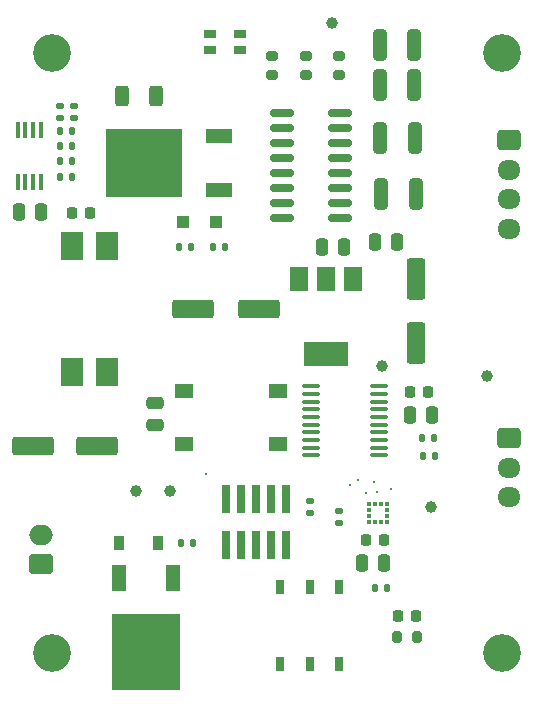
<source format=gts>
%TF.GenerationSoftware,KiCad,Pcbnew,(6.0.1-0)*%
%TF.CreationDate,2022-12-01T23:09:07-06:00*%
%TF.ProjectId,tackle_sensor_hardware,7461636b-6c65-45f7-9365-6e736f725f68,rev?*%
%TF.SameCoordinates,Original*%
%TF.FileFunction,Soldermask,Top*%
%TF.FilePolarity,Negative*%
%FSLAX46Y46*%
G04 Gerber Fmt 4.6, Leading zero omitted, Abs format (unit mm)*
G04 Created by KiCad (PCBNEW (6.0.1-0)) date 2022-12-01 23:09:07*
%MOMM*%
%LPD*%
G01*
G04 APERTURE LIST*
G04 Aperture macros list*
%AMRoundRect*
0 Rectangle with rounded corners*
0 $1 Rounding radius*
0 $2 $3 $4 $5 $6 $7 $8 $9 X,Y pos of 4 corners*
0 Add a 4 corners polygon primitive as box body*
4,1,4,$2,$3,$4,$5,$6,$7,$8,$9,$2,$3,0*
0 Add four circle primitives for the rounded corners*
1,1,$1+$1,$2,$3*
1,1,$1+$1,$4,$5*
1,1,$1+$1,$6,$7*
1,1,$1+$1,$8,$9*
0 Add four rect primitives between the rounded corners*
20,1,$1+$1,$2,$3,$4,$5,0*
20,1,$1+$1,$4,$5,$6,$7,0*
20,1,$1+$1,$6,$7,$8,$9,0*
20,1,$1+$1,$8,$9,$2,$3,0*%
G04 Aperture macros list end*
%ADD10RoundRect,0.200000X-0.275000X0.200000X-0.275000X-0.200000X0.275000X-0.200000X0.275000X0.200000X0*%
%ADD11RoundRect,0.250000X-0.725000X0.600000X-0.725000X-0.600000X0.725000X-0.600000X0.725000X0.600000X0*%
%ADD12O,1.950000X1.700000*%
%ADD13R,0.450000X1.450000*%
%ADD14C,3.200000*%
%ADD15RoundRect,0.135000X-0.135000X-0.185000X0.135000X-0.185000X0.135000X0.185000X-0.135000X0.185000X0*%
%ADD16R,0.760000X2.400000*%
%ADD17C,1.000000*%
%ADD18RoundRect,0.250000X0.312500X0.625000X-0.312500X0.625000X-0.312500X-0.625000X0.312500X-0.625000X0*%
%ADD19R,0.700000X1.200000*%
%ADD20RoundRect,0.225000X0.225000X0.250000X-0.225000X0.250000X-0.225000X-0.250000X0.225000X-0.250000X0*%
%ADD21RoundRect,0.250000X0.312500X1.075000X-0.312500X1.075000X-0.312500X-1.075000X0.312500X-1.075000X0*%
%ADD22R,0.350000X0.375000*%
%ADD23R,0.375000X0.350000*%
%ADD24RoundRect,0.225000X-0.225000X-0.250000X0.225000X-0.250000X0.225000X0.250000X-0.225000X0.250000X0*%
%ADD25RoundRect,0.250000X0.750000X-0.600000X0.750000X0.600000X-0.750000X0.600000X-0.750000X-0.600000X0*%
%ADD26O,2.000000X1.700000*%
%ADD27RoundRect,0.200000X0.200000X0.275000X-0.200000X0.275000X-0.200000X-0.275000X0.200000X-0.275000X0*%
%ADD28RoundRect,0.250000X0.250000X0.475000X-0.250000X0.475000X-0.250000X-0.475000X0.250000X-0.475000X0*%
%ADD29RoundRect,0.250000X1.500000X0.550000X-1.500000X0.550000X-1.500000X-0.550000X1.500000X-0.550000X0*%
%ADD30RoundRect,0.135000X-0.185000X0.135000X-0.185000X-0.135000X0.185000X-0.135000X0.185000X0.135000X0*%
%ADD31C,0.254000*%
%ADD32RoundRect,0.250000X0.550000X-1.500000X0.550000X1.500000X-0.550000X1.500000X-0.550000X-1.500000X0*%
%ADD33R,1.550000X1.300000*%
%ADD34RoundRect,0.100000X0.637500X0.100000X-0.637500X0.100000X-0.637500X-0.100000X0.637500X-0.100000X0*%
%ADD35RoundRect,0.150000X-0.825000X-0.150000X0.825000X-0.150000X0.825000X0.150000X-0.825000X0.150000X0*%
%ADD36RoundRect,0.135000X0.135000X0.185000X-0.135000X0.185000X-0.135000X-0.185000X0.135000X-0.185000X0*%
%ADD37R,1.955800X2.362200*%
%ADD38R,1.200000X2.200000*%
%ADD39R,5.800000X6.400000*%
%ADD40RoundRect,0.140000X0.170000X-0.140000X0.170000X0.140000X-0.170000X0.140000X-0.170000X-0.140000X0*%
%ADD41RoundRect,0.140000X-0.140000X-0.170000X0.140000X-0.170000X0.140000X0.170000X-0.140000X0.170000X0*%
%ADD42RoundRect,0.218750X0.218750X0.256250X-0.218750X0.256250X-0.218750X-0.256250X0.218750X-0.256250X0*%
%ADD43R,1.500000X2.000000*%
%ADD44R,3.800000X2.000000*%
%ADD45RoundRect,0.250000X-0.250000X-0.475000X0.250000X-0.475000X0.250000X0.475000X-0.250000X0.475000X0*%
%ADD46R,2.200000X1.200000*%
%ADD47R,6.400000X5.800000*%
%ADD48R,0.900000X1.200000*%
%ADD49R,1.000000X0.800000*%
%ADD50RoundRect,0.250000X-0.312500X-1.075000X0.312500X-1.075000X0.312500X1.075000X-0.312500X1.075000X0*%
%ADD51RoundRect,0.250000X0.475000X-0.250000X0.475000X0.250000X-0.475000X0.250000X-0.475000X-0.250000X0*%
%ADD52R,1.100000X1.100000*%
G04 APERTURE END LIST*
D10*
%TO.C,R14*%
X143764000Y-74574400D03*
X143764000Y-76224400D03*
%TD*%
D11*
%TO.C,J3*%
X163796200Y-106923200D03*
D12*
X163796200Y-109423200D03*
X163796200Y-111923200D03*
%TD*%
D13*
%TO.C,U2*%
X124165000Y-80858000D03*
X123515000Y-80858000D03*
X122865000Y-80858000D03*
X122215000Y-80858000D03*
X122215000Y-85258000D03*
X122865000Y-85258000D03*
X123515000Y-85258000D03*
X124165000Y-85258000D03*
%TD*%
D14*
%TO.C,H3*%
X125095000Y-125095000D03*
%TD*%
D15*
%TO.C,R16*%
X156514800Y-108407200D03*
X157534800Y-108407200D03*
%TD*%
D16*
%TO.C,J1*%
X144932400Y-112045200D03*
X144932400Y-115945200D03*
X143662400Y-112045200D03*
X143662400Y-115945200D03*
X142392400Y-112045200D03*
X142392400Y-115945200D03*
X141122400Y-112045200D03*
X141122400Y-115945200D03*
X139852400Y-112045200D03*
X139852400Y-115945200D03*
%TD*%
D17*
%TO.C,TP1*%
X135128000Y-111379000D03*
%TD*%
D14*
%TO.C,H4*%
X163195000Y-125095000D03*
%TD*%
D18*
%TO.C,R7*%
X133938200Y-77978000D03*
X131013200Y-77978000D03*
%TD*%
D15*
%TO.C,R1*%
X136017000Y-115824000D03*
X137037000Y-115824000D03*
%TD*%
D19*
%TO.C,SW2*%
X144439000Y-119559000D03*
X146939000Y-119559000D03*
X149439000Y-119559000D03*
X144439000Y-126059000D03*
X146939000Y-126059000D03*
X149439000Y-126059000D03*
%TD*%
D20*
%TO.C,C11*%
X153238800Y-115519200D03*
X151688800Y-115519200D03*
%TD*%
D21*
%TO.C,R19*%
X155934600Y-86258400D03*
X153009600Y-86258400D03*
%TD*%
%TO.C,R17*%
X155833000Y-81534000D03*
X152908000Y-81534000D03*
%TD*%
D22*
%TO.C,U3*%
X153454800Y-112521500D03*
X152954800Y-112521500D03*
X152454800Y-112521500D03*
X151954800Y-112521500D03*
D23*
X151942300Y-113034000D03*
X151942300Y-113534000D03*
D22*
X151954800Y-114046500D03*
X152454800Y-114046500D03*
X152954800Y-114046500D03*
X153454800Y-114046500D03*
D23*
X153467300Y-113534000D03*
X153467300Y-113034000D03*
%TD*%
D24*
%TO.C,C7*%
X155422000Y-103022400D03*
X156972000Y-103022400D03*
%TD*%
D25*
%TO.C,J2*%
X124206000Y-117602000D03*
D26*
X124206000Y-115102000D03*
%TD*%
D27*
%TO.C,R12*%
X156006800Y-123748800D03*
X154356800Y-123748800D03*
%TD*%
D28*
%TO.C,C3*%
X124206000Y-87757000D03*
X122306000Y-87757000D03*
%TD*%
D29*
%TO.C,C2*%
X128938000Y-107569000D03*
X123538000Y-107569000D03*
%TD*%
D30*
%TO.C,R3*%
X146964400Y-112264000D03*
X146964400Y-113284000D03*
%TD*%
D10*
%TO.C,R11*%
X149453600Y-74574400D03*
X149453600Y-76224400D03*
%TD*%
D15*
%TO.C,R4*%
X125776800Y-84785200D03*
X126796800Y-84785200D03*
%TD*%
D31*
%TO.C,TP11*%
X152654000Y-111455200D03*
%TD*%
D32*
%TO.C,C15*%
X155905200Y-98864400D03*
X155905200Y-93464400D03*
%TD*%
D33*
%TO.C,SW1*%
X144238800Y-107456800D03*
X136278800Y-107456800D03*
X144238800Y-102956800D03*
X136278800Y-102956800D03*
%TD*%
D17*
%TO.C,TP7*%
X161950400Y-101650800D03*
%TD*%
D34*
%TO.C,U1*%
X152773300Y-108385800D03*
X152773300Y-107735800D03*
X152773300Y-107085800D03*
X152773300Y-106435800D03*
X152773300Y-105785800D03*
X152773300Y-105135800D03*
X152773300Y-104485800D03*
X152773300Y-103835800D03*
X152773300Y-103185800D03*
X152773300Y-102535800D03*
X147048300Y-102535800D03*
X147048300Y-103185800D03*
X147048300Y-103835800D03*
X147048300Y-104485800D03*
X147048300Y-105135800D03*
X147048300Y-105785800D03*
X147048300Y-106435800D03*
X147048300Y-107085800D03*
X147048300Y-107735800D03*
X147048300Y-108385800D03*
%TD*%
D15*
%TO.C,R18*%
X156464000Y-106883200D03*
X157484000Y-106883200D03*
%TD*%
D28*
%TO.C,C9*%
X153233200Y-117500400D03*
X151333200Y-117500400D03*
%TD*%
D35*
%TO.C,U5*%
X144591000Y-79375000D03*
X144591000Y-80645000D03*
X144591000Y-81915000D03*
X144591000Y-83185000D03*
X144591000Y-84455000D03*
X144591000Y-85725000D03*
X144591000Y-86995000D03*
X144591000Y-88265000D03*
X149541000Y-88265000D03*
X149541000Y-86995000D03*
X149541000Y-85725000D03*
X149541000Y-84455000D03*
X149541000Y-83185000D03*
X149541000Y-81915000D03*
X149541000Y-80645000D03*
X149541000Y-79375000D03*
%TD*%
D31*
%TO.C,TP13*%
X152400000Y-110642400D03*
%TD*%
%TO.C,TP8*%
X151028400Y-110490000D03*
%TD*%
D36*
%TO.C,R9*%
X136855200Y-90779600D03*
X135835200Y-90779600D03*
%TD*%
D15*
%TO.C,R2*%
X125827600Y-80970000D03*
X126847600Y-80970000D03*
%TD*%
D37*
%TO.C,T1*%
X129770000Y-90690700D03*
X126770000Y-90690700D03*
X126770000Y-101333300D03*
X129770000Y-101333300D03*
%TD*%
D36*
%TO.C,R8*%
X139801600Y-90779600D03*
X138781600Y-90779600D03*
%TD*%
%TO.C,R5*%
X153519600Y-119583200D03*
X152499600Y-119583200D03*
%TD*%
D38*
%TO.C,Q1*%
X135377000Y-118771000D03*
D39*
X133097000Y-125071000D03*
D38*
X130817000Y-118771000D03*
%TD*%
D40*
%TO.C,C6*%
X127000000Y-79801600D03*
X127000000Y-78841600D03*
%TD*%
D10*
%TO.C,R13*%
X146608800Y-74574400D03*
X146608800Y-76224400D03*
%TD*%
D41*
%TO.C,C8*%
X125831600Y-83459200D03*
X126791600Y-83459200D03*
%TD*%
D42*
%TO.C,D3*%
X155943800Y-122021600D03*
X154368800Y-122021600D03*
%TD*%
D15*
%TO.C,R6*%
X125829600Y-82189200D03*
X126849600Y-82189200D03*
%TD*%
D40*
%TO.C,C5*%
X125831600Y-79801600D03*
X125831600Y-78841600D03*
%TD*%
D11*
%TO.C,J4*%
X163796200Y-81701000D03*
D12*
X163796200Y-84201000D03*
X163796200Y-86701000D03*
X163796200Y-89201000D03*
%TD*%
D20*
%TO.C,C10*%
X128320800Y-87884000D03*
X126770800Y-87884000D03*
%TD*%
D43*
%TO.C,U4*%
X150585200Y-93471600D03*
X148285200Y-93471600D03*
D44*
X148285200Y-99771600D03*
D43*
X145985200Y-93471600D03*
%TD*%
D45*
%TO.C,C14*%
X152430400Y-90322400D03*
X154330400Y-90322400D03*
%TD*%
D29*
%TO.C,C12*%
X142652400Y-96012000D03*
X137052400Y-96012000D03*
%TD*%
D45*
%TO.C,C13*%
X147960000Y-90779600D03*
X149860000Y-90779600D03*
%TD*%
D31*
%TO.C,TP2*%
X138176000Y-109931200D03*
%TD*%
%TO.C,TP10*%
X151688800Y-111556800D03*
%TD*%
D46*
%TO.C,Q2*%
X139242200Y-85946600D03*
D47*
X132942200Y-83666600D03*
D46*
X139242200Y-81386600D03*
%TD*%
D31*
%TO.C,TP14*%
X153822400Y-111252000D03*
%TD*%
D45*
%TO.C,C4*%
X155427600Y-105003600D03*
X157327600Y-105003600D03*
%TD*%
D14*
%TO.C,H2*%
X163195000Y-74295000D03*
%TD*%
D48*
%TO.C,D1*%
X130811000Y-115824000D03*
X134111000Y-115824000D03*
%TD*%
D17*
%TO.C,TP4*%
X157226000Y-112725200D03*
%TD*%
D30*
%TO.C,R10*%
X149402800Y-113127600D03*
X149402800Y-114147600D03*
%TD*%
D17*
%TO.C,TP3*%
X132207000Y-111379000D03*
%TD*%
D49*
%TO.C,D4*%
X138500800Y-72706000D03*
X138500800Y-74106000D03*
X141000800Y-74106000D03*
X141000800Y-72706000D03*
%TD*%
D21*
%TO.C,R15*%
X155803600Y-77012800D03*
X152878600Y-77012800D03*
%TD*%
D14*
%TO.C,H1*%
X125095000Y-74295000D03*
%TD*%
D50*
%TO.C,F1*%
X152878600Y-73609200D03*
X155803600Y-73609200D03*
%TD*%
D31*
%TO.C,TP9*%
X150317200Y-110896400D03*
%TD*%
D17*
%TO.C,TP15*%
X153060400Y-100838000D03*
%TD*%
D51*
%TO.C,C1*%
X133858000Y-105816400D03*
X133858000Y-103916400D03*
%TD*%
D52*
%TO.C,D2*%
X138988800Y-88646000D03*
X136188800Y-88646000D03*
%TD*%
D17*
%TO.C,TP12*%
X148793200Y-71780400D03*
%TD*%
M02*

</source>
